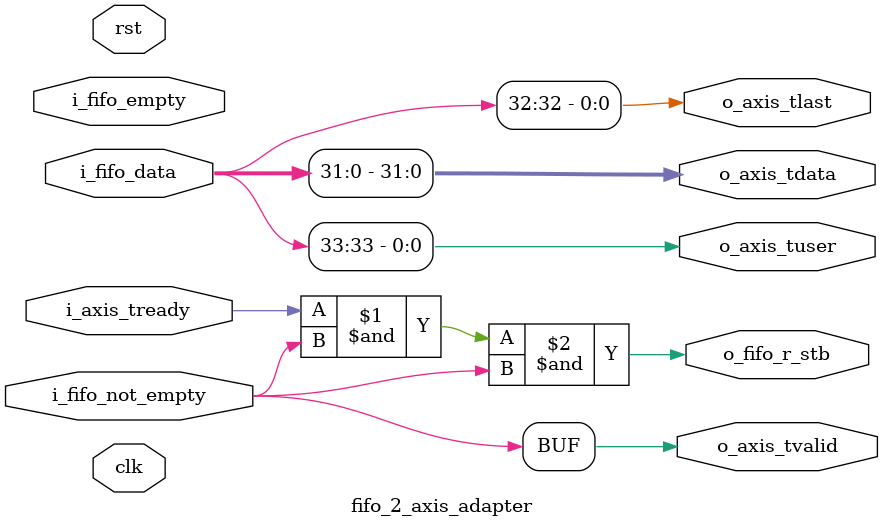
<source format=v>
/*
Distributed under the MIT license.
Copyright (c) 2021 Dave McCoy (dave.mccoy@cospandesign.com)

Permission is hereby granted, free of charge, to any person obtaining a copy of
this software and associated documentation files (the "Software"), to deal in
the Software without restriction, including without limitation the rights to
use, copy, modify, merge, publish, distribute, sublicense, and/or sell copies
of the Software, and to permit persons to whom the Software is furnished to do
so, subject to the following conditions:

The above copyright notice and this permission notice shall be included in all
copies or substantial portions of the Software.

THE SOFTWARE IS PROVIDED "AS IS", WITHOUT WARRANTY OF ANY KIND, EXPRESS OR
IMPLIED, INCLUDING BUT NOT LIMITED TO THE WARRANTIES OF MERCHANTABILITY,
FITNESS FOR A PARTICULAR PURPOSE AND NONINFRINGEMENT. IN NO EVENT SHALL THE
AUTHORS OR COPYRIGHT HOLDERS BE LIABLE FOR ANY CLAIM, DAMAGES OR OTHER
LIABILITY, WHETHER IN AN ACTION OF CONTRACT, TORT OR OTHERWISE, ARISING FROM,
OUT OF OR IN CONNECTION WITH THE SOFTWARE OR THE USE OR OTHER DEALINGS IN THE
SOFTWARE.
*/

/*
 * Author:
 * Description:
 *
 * Changes:     Who?    What?
 *  XX/XX/XXXX  XXX     XXXX
 */

`timescale 1ps / 1ps
`default_nettype none

module fifo_2_axis_adapter #(
  parameter AXIS_DATA_WIDTH     = 32,
  parameter AXIS_KEEP_WIDTH     = (AXIS_DATA_WIDTH / 8),
  parameter FIFO_DATA_WIDTH     = AXIS_DATA_WIDTH + 1 + 1 //Space for data, user, last
)(
  input                                 clk,
  input                                 rst,

  input       [FIFO_DATA_WIDTH - 1: 0]  i_fifo_data,
  output                                o_fifo_r_stb,
  input                                 i_fifo_empty,
  input                                 i_fifo_not_empty,

  output                                o_axis_tuser,
  output      [AXIS_DATA_WIDTH - 1: 0]  o_axis_tdata,
  output                                o_axis_tvalid,
  input                                 i_axis_tready,
  output                                o_axis_tlast
);
//local parameters
//Registers/Wires
//Submodules
//Asynchronous Logic
assign o_axis_tuser   = i_fifo_data[(FIFO_DATA_WIDTH - 1)];
assign o_axis_tlast   = i_fifo_data[(FIFO_DATA_WIDTH - 2)];
assign o_axis_tdata   = i_fifo_data[(FIFO_DATA_WIDTH - 3) : 0];
assign o_axis_tvalid  = i_fifo_not_empty;
assign o_fifo_r_stb   = i_axis_tready & o_axis_tvalid & i_fifo_not_empty;
//Synchronous Logic

endmodule

</source>
